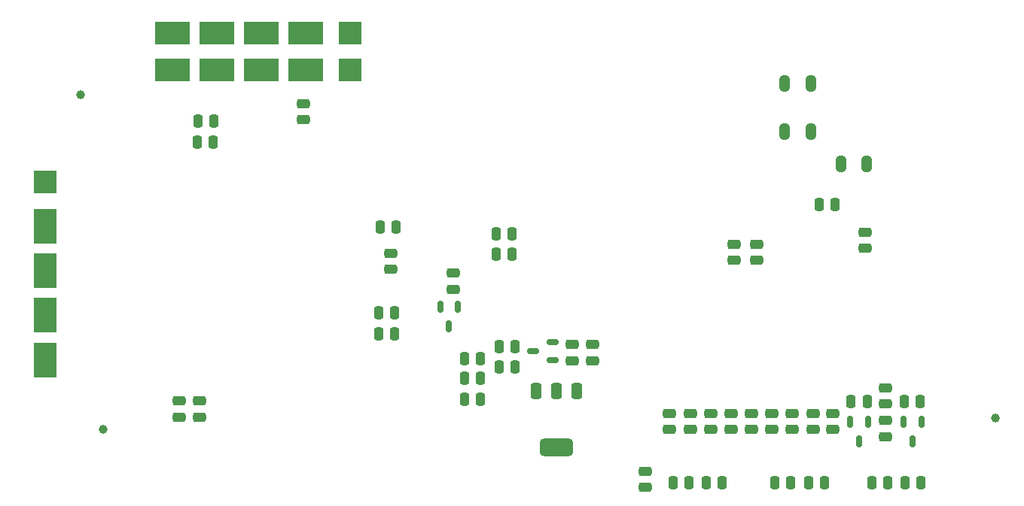
<source format=gbr>
*
G04 Job   : X:\MG\projects\L02-0101\PCB\L02-0101.pcb*
G04 User  : DESKTOP-LPE9H33:User*
G04 Layer : L02-0101_14SPB.gbr*
G04 Date  : Tue Mar 14 15:44:52 2017*
%ICAS*%
%MOIN*%
%FSLAX24Y24*%
%OFA0.0000B0.0000*%
G90*
G74*
%AMVB_RECTANGLE*
21,1,$1,$2,0,0,$3*
%
%AMVB_RCRECTANGLE*
$3=$3X2*
21,1,$1-$3,$2,0,0,0*
21,1,$1,$2-$3,0,0,0*
$1=$1/2*
$2=$2/2*
$3=$3/2*
$1=$1-$3*
$2=$2-$3*
1,1,$3X2,0-$1,0-$2*
1,1,$3X2,0-$1,$2*
1,1,$3X2,$1,$2*
1,1,$3X2,$1,0-$2*
%
%ADD10C,0.03937*%
%ADD12VB_RECTANGLE,0.09843X0.09843X270.00000*%
%ADD13VB_RECTANGLE,0.15354X0.09843X0.00000*%
%ADD11VB_RECTANGLE,0.15354X0.09843X270.00000*%
%ADD17VB_RCRECTANGLE,0.05276X0.02362X0.00787*%
%ADD18VB_RCRECTANGLE,0.02362X0.05276X0.00787*%
%ADD14VB_RCRECTANGLE,0.05709X0.04331X0.01181*%
%ADD15VB_RCRECTANGLE,0.04331X0.05709X0.01181*%
%ADD16VB_RCRECTANGLE,0.04724X0.07087X0.01575*%
%ADD70VB_RCRECTANGLE,0.04921X0.07087X0.01181*%
%ADD19VB_RCRECTANGLE,0.14961X0.07874X0.01969*%
G01*
G54D10*
X-20315Y7520D03*
X-19331Y-7323D03*
X20157Y-6811D03*
G54D11*
X-21906Y-4236D03*
Y-2268D03*
Y-299D03*
Y1669D03*
G54D12*
Y3638D03*
X-8402Y10260D03*
X-8398Y8606D03*
G54D13*
X-16276Y10260D03*
X-16272Y8606D03*
X-14307Y10260D03*
X-14303Y8606D03*
X-12339Y10260D03*
X-12335Y8606D03*
X-10370Y10260D03*
X-10366Y8606D03*
G54D14*
X-15965Y-6772D03*
Y-6063D03*
X-15079Y-6772D03*
Y-6063D03*
X-10463Y6407D03*
Y7116D03*
X-6594Y-217D03*
Y492D03*
X-3839Y-1102D03*
Y-394D03*
X1437Y-4272D03*
Y-3563D03*
X2343Y-4272D03*
Y-3563D03*
X4685Y-9882D03*
Y-9173D03*
X5748Y-7323D03*
Y-6614D03*
X6654Y-7323D03*
Y-6614D03*
X7559Y-7323D03*
Y-6614D03*
X8465Y-7323D03*
Y-6614D03*
X8612Y187D03*
Y896D03*
X9370Y-7323D03*
Y-6614D03*
X9606Y187D03*
Y896D03*
X10276Y-7323D03*
Y-6614D03*
X11181Y-7323D03*
Y-6614D03*
X12087Y-7323D03*
Y-6614D03*
X12972Y-7323D03*
Y-6614D03*
X14390Y709D03*
Y1417D03*
X15315Y-7638D03*
Y-6929D03*
Y-6181D03*
Y-5472D03*
G54D15*
X-15157Y5413D03*
X-15138Y6339D03*
X-14449Y5413D03*
X-14429Y6339D03*
X-7146Y-3071D03*
Y-2165D03*
X-7067Y1654D03*
X-6437Y-3071D03*
Y-2165D03*
X-6358Y1654D03*
X-3327Y-5984D03*
Y-5059D03*
Y-4173D03*
X-2618Y-5984D03*
Y-5059D03*
Y-4173D03*
X-1929Y433D03*
Y1339D03*
X-1791Y-4547D03*
Y-3642D03*
X-1220Y433D03*
Y1339D03*
X-1083Y-4547D03*
Y-3642D03*
X5906Y-9685D03*
X6614D03*
X7362D03*
X8071D03*
X10394D03*
X11102D03*
X11890D03*
X12362Y2657D03*
X12598Y-9685D03*
X13071Y2657D03*
X13780Y-6083D03*
X14488D03*
X14705Y-9685D03*
X15413D03*
X16142Y-6083D03*
X16161Y-9685D03*
X16850Y-6083D03*
X16870Y-9685D03*
G54D16*
X10846Y5890D03*
Y8016D03*
X11988Y5890D03*
Y8016D03*
X13327Y4449D03*
X14469D03*
G54D17*
X-295Y-3858D03*
X571Y-4252D03*
Y-3465D03*
G54D18*
X-4409Y-1890D03*
X-4016Y-2756D03*
X-3622Y-1890D03*
X13740Y-6969D03*
X14134Y-7835D03*
X14528Y-6969D03*
X16102D03*
X16496Y-7835D03*
X16890Y-6969D03*
G54D19*
X728Y-8130D03*
G54D70*
X-177Y-5610D03*
X728D03*
X1634D03*
M02*

</source>
